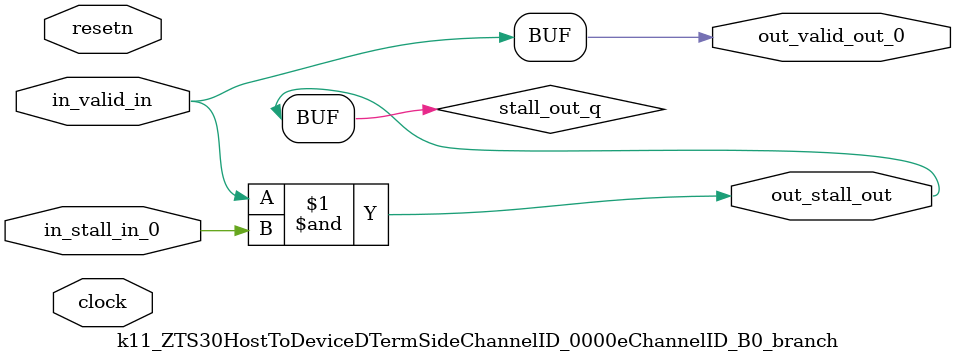
<source format=sv>



(* altera_attribute = "-name AUTO_SHIFT_REGISTER_RECOGNITION OFF; -name MESSAGE_DISABLE 10036; -name MESSAGE_DISABLE 10037; -name MESSAGE_DISABLE 14130; -name MESSAGE_DISABLE 14320; -name MESSAGE_DISABLE 15400; -name MESSAGE_DISABLE 14130; -name MESSAGE_DISABLE 10036; -name MESSAGE_DISABLE 12020; -name MESSAGE_DISABLE 12030; -name MESSAGE_DISABLE 12010; -name MESSAGE_DISABLE 12110; -name MESSAGE_DISABLE 14320; -name MESSAGE_DISABLE 13410; -name MESSAGE_DISABLE 113007; -name MESSAGE_DISABLE 10958" *)
module k11_ZTS30HostToDeviceDTermSideChannelID_0000eChannelID_B0_branch (
    input wire [0:0] in_stall_in_0,
    input wire [0:0] in_valid_in,
    output wire [0:0] out_stall_out,
    output wire [0:0] out_valid_out_0,
    input wire clock,
    input wire resetn
    );

    wire [0:0] stall_out_q;


    // stall_out(LOGICAL,6)
    assign stall_out_q = in_valid_in & in_stall_in_0;

    // out_stall_out(GPOUT,4)
    assign out_stall_out = stall_out_q;

    // out_valid_out_0(GPOUT,5)
    assign out_valid_out_0 = in_valid_in;

endmodule

</source>
